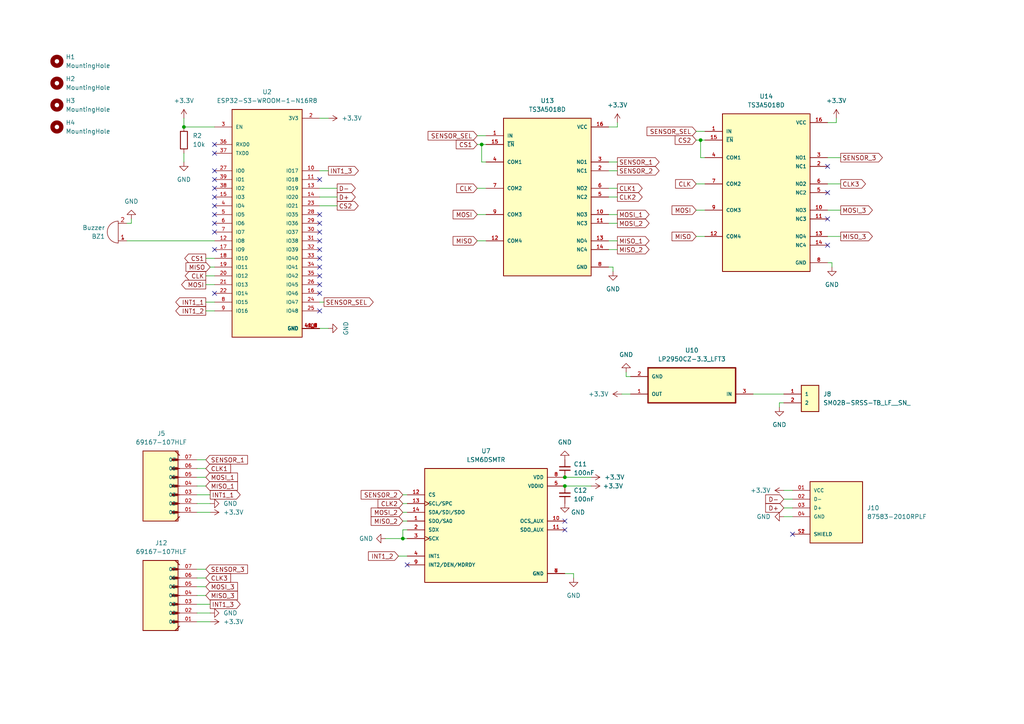
<source format=kicad_sch>
(kicad_sch (version 20230121) (generator eeschema)
  (paper "A4")
  (lib_symbols
    (symbol "69167-107HLF:69167-107HLF" (pin_names (offset 1.016))
      (property "Reference" "J" (at -5.58 10.16 0))
      (property "Value" "69167-107HLF" (at -5.08 -12.7 0))
      (symbol "69167-107HLF_0_0"
        (rectangle (start -4.647 -10.16) (end 5.513 10.16) (stroke (width 0.254)) (fill (type background)))
        (rectangle (start -4.445 -7.9375) (end -2.8575 -7.3025) (stroke (width 0.1)) (fill (type outline)))
        (rectangle (start -4.445 -5.3975) (end -2.8575 -4.7625) (stroke (width 0.1)) (fill (type outline)))
        (rectangle (start -4.445 -2.8575) (end -2.8575 -2.2225) (stroke (width 0.1)) (fill (type outline)))
        (rectangle (start -4.445 -0.3175) (end -2.8575 0.3175) (stroke (width 0.1)) (fill (type outline)))
        (rectangle (start -4.445 2.2225) (end -2.8575 2.8575) (stroke (width 0.1)) (fill (type outline)))
        (rectangle (start -4.445 4.7625) (end -2.8575 5.3975) (stroke (width 0.1)) (fill (type outline)))
        (rectangle (start -4.445 7.3025) (end -2.8575 7.9375) (stroke (width 0.1)) (fill (type outline)))
        (polyline (pts (xy -5.08 -8.89) (xy -3.81 -10.16)) (stroke (width 0.254)))
        (polyline (pts (xy -5.08 -7.62) (xy -3.175 -7.62)) (stroke (width 0.254)))
        (polyline (pts (xy -5.08 -5.08) (xy -3.175 -5.08)) (stroke (width 0.254)))
        (polyline (pts (xy -5.08 -2.54) (xy -3.175 -2.54)) (stroke (width 0.254)))
        (polyline (pts (xy -5.08 0) (xy -3.175 0)) (stroke (width 0.254)))
        (polyline (pts (xy -5.08 2.54) (xy -3.175 2.54)) (stroke (width 0.254)))
        (polyline (pts (xy -5.08 5.08) (xy -3.175 5.08)) (stroke (width 0.254)))
        (polyline (pts (xy -5.08 7.62) (xy -3.175 7.62)) (stroke (width 0.254)))
        (polyline (pts (xy -5.08 8.89) (xy -3.81 10.16)) (stroke (width 0.254)))
        (pin passive line (at -10.16 7.62 0) (length 5.08) (name "01") (number "01"))
        (pin passive line (at -10.16 5.08 0) (length 5.08) (name "02") (number "02"))
        (pin passive line (at -10.16 2.54 0) (length 5.08) (name "03") (number "03"))
        (pin passive line (at -10.16 0 0) (length 5.08) (name "04") (number "04"))
        (pin passive line (at -10.16 -2.54 0) (length 5.08) (name "05") (number "05"))
        (pin passive line (at -10.16 -5.08 0) (length 5.08) (name "06") (number "06"))
        (pin passive line (at -10.16 -7.62 0) (length 5.08) (name "07") (number "07"))
      )
    )
    (symbol "87583-2010RPLF:87583-2010RPLF" (pin_names (offset 1.016))
      (property "Reference" "J" (at -7.62 10.922 0))
      (property "Value" "87583-2010RPLF" (at -7.62 -10.16 0))
      (symbol "87583-2010RPLF_0_0"
        (rectangle (start -7.62 -7.62) (end 7.62 10.16) (stroke (width 0.254)) (fill (type background)))
        (pin power_in line (at -12.7 7.62 0) (length 5.08) (name "VCC") (number "01"))
        (pin bidirectional line (at -12.7 5.08 0) (length 5.08) (name "D-") (number "02"))
        (pin bidirectional line (at -12.7 2.54 0) (length 5.08) (name "D+") (number "03"))
        (pin power_in line (at -12.7 0 0) (length 5.08) (name "GND") (number "04"))
        (pin passive line (at -12.7 -5.08 0) (length 5.08) (name "SHIELD") (number "S1"))
        (pin passive line (at -12.7 -5.08 0) (length 5.08) (name "SHIELD") (number "S2"))
      )
    )
    (symbol "Device:Buzzer" (pin_names (offset 0.0254) hide)
      (property "Reference" "BZ" (at 3.81 1.27 0))
      (property "Value" "Buzzer" (at 3.81 -1.27 0))
      (symbol "Buzzer_0_1"
        (arc (start 0 -3.175) (mid 3.1612 0) (end 0 3.175))
        (polyline (pts (xy -1.651 1.905) (xy -1.143 1.905)))
        (polyline (pts (xy -1.397 2.159) (xy -1.397 1.651)))
        (polyline (pts (xy 0 3.175) (xy 0 -3.175)))
      )
      (symbol "Buzzer_1_1"
        (pin passive line (at -2.54 2.54 0) (length 2.54) (name "+") (number "1"))
        (pin passive line (at -2.54 -2.54 0) (length 2.54) (name "-") (number "2"))
      )
    )
    (symbol "Device:C_Small" (pin_numbers hide) (pin_names (offset 0.254) hide)
      (property "Reference" "C" (at 0.254 1.778 0))
      (property "Value" "C_Small" (at 0.254 -2.032 0))
      (symbol "C_Small_0_1"
        (polyline (pts (xy -1.524 -0.508) (xy 1.524 -0.508)) (stroke (width 0.3302)))
        (polyline (pts (xy -1.524 0.508) (xy 1.524 0.508)) (stroke (width 0.3048)))
      )
      (symbol "C_Small_1_1"
        (pin passive line (at 0 2.54 270) (length 2.032) (name "~") (number "1"))
        (pin passive line (at 0 -2.54 90) (length 2.032) (name "~") (number "2"))
      )
    )
    (symbol "Device:R" (pin_numbers hide) (pin_names (offset 0))
      (property "Reference" "R" (at 2.032 0 90))
      (property "Value" "R" (at 0 0 90))
      (symbol "R_0_1"
        (rectangle (start -1.016 -2.54) (end 1.016 2.54) (stroke (width 0.254)))
      )
      (symbol "R_1_1"
        (pin passive line (at 0 3.81 270) (length 1.27) (name "~") (number "1"))
        (pin passive line (at 0 -3.81 90) (length 1.27) (name "~") (number "2"))
      )
    )
    (symbol "ESP32-S3-WROOM-1-N16R8:ESP32-S3-WROOM-1-N16R8" (pin_names (offset 1.016))
      (property "Reference" "U" (at -10.16 31.5722 0))
      (property "Value" "ESP32-S3-WROOM-1-N16R8" (at -10.16 -38.1 0))
      (symbol "ESP32-S3-WROOM-1-N16R8_0_0"
        (rectangle (start -10.16 -35.56) (end 10.16 30.48) (stroke (width 0.254)) (fill (type background)))
        (pin power_in line (at 15.24 -33.02 180) (length 5.08) (name "GND") (number "1"))
        (pin bidirectional line (at 15.24 12.7 180) (length 5.08) (name "IO17") (number "10"))
        (pin bidirectional line (at 15.24 10.16 180) (length 5.08) (name "IO18") (number "11"))
        (pin bidirectional line (at -15.24 -7.62 0) (length 5.08) (name "IO8") (number "12"))
        (pin bidirectional line (at 15.24 7.62 180) (length 5.08) (name "IO19") (number "13"))
        (pin bidirectional line (at 15.24 5.08 180) (length 5.08) (name "IO20") (number "14"))
        (pin bidirectional line (at -15.24 5.08 0) (length 5.08) (name "IO3") (number "15"))
        (pin bidirectional line (at 15.24 -22.86 180) (length 5.08) (name "IO46") (number "16"))
        (pin bidirectional line (at -15.24 -10.16 0) (length 5.08) (name "IO9") (number "17"))
        (pin bidirectional line (at -15.24 -12.7 0) (length 5.08) (name "IO10") (number "18"))
        (pin bidirectional line (at -15.24 -15.24 0) (length 5.08) (name "IO11") (number "19"))
        (pin power_in line (at 15.24 27.94 180) (length 5.08) (name "3V3") (number "2"))
        (pin bidirectional line (at -15.24 -17.78 0) (length 5.08) (name "IO12") (number "20"))
        (pin bidirectional line (at -15.24 -20.32 0) (length 5.08) (name "IO13") (number "21"))
        (pin bidirectional line (at -15.24 -22.86 0) (length 5.08) (name "IO14") (number "22"))
        (pin bidirectional line (at 15.24 2.54 180) (length 5.08) (name "IO21") (number "23"))
        (pin bidirectional line (at 15.24 -25.4 180) (length 5.08) (name "IO47") (number "24"))
        (pin bidirectional line (at 15.24 -27.94 180) (length 5.08) (name "IO48") (number "25"))
        (pin bidirectional line (at 15.24 -20.32 180) (length 5.08) (name "IO45") (number "26"))
        (pin bidirectional line (at -15.24 12.7 0) (length 5.08) (name "IO0") (number "27"))
        (pin bidirectional line (at 15.24 0 180) (length 5.08) (name "IO35") (number "28"))
        (pin bidirectional line (at 15.24 -2.54 180) (length 5.08) (name "IO36") (number "29"))
        (pin input line (at -15.24 25.4 0) (length 5.08) (name "EN") (number "3"))
        (pin bidirectional line (at 15.24 -5.08 180) (length 5.08) (name "IO37") (number "30"))
        (pin bidirectional line (at 15.24 -7.62 180) (length 5.08) (name "IO38") (number "31"))
        (pin bidirectional line (at 15.24 -10.16 180) (length 5.08) (name "IO39") (number "32"))
        (pin bidirectional line (at 15.24 -12.7 180) (length 5.08) (name "IO40") (number "33"))
        (pin bidirectional line (at 15.24 -15.24 180) (length 5.08) (name "IO41") (number "34"))
        (pin bidirectional line (at 15.24 -17.78 180) (length 5.08) (name "IO42") (number "35"))
        (pin bidirectional line (at -15.24 20.32 0) (length 5.08) (name "RXD0") (number "36"))
        (pin bidirectional line (at -15.24 17.78 0) (length 5.08) (name "TXD0") (number "37"))
        (pin bidirectional line (at -15.24 7.62 0) (length 5.08) (name "IO2") (number "38"))
        (pin bidirectional line (at -15.24 10.16 0) (length 5.08) (name "IO1") (number "39"))
        (pin bidirectional line (at -15.24 2.54 0) (length 5.08) (name "IO4") (number "4"))
        (pin power_in line (at 15.24 -33.02 180) (length 5.08) (name "GND") (number "40"))
        (pin power_in line (at 15.24 -33.02 180) (length 5.08) (name "GND") (number "41_1"))
        (pin power_in line (at 15.24 -33.02 180) (length 5.08) (name "GND") (number "41_2"))
        (pin power_in line (at 15.24 -33.02 180) (length 5.08) (name "GND") (number "41_3"))
        (pin power_in line (at 15.24 -33.02 180) (length 5.08) (name "GND") (number "41_4"))
        (pin power_in line (at 15.24 -33.02 180) (length 5.08) (name "GND") (number "41_5"))
        (pin power_in line (at 15.24 -33.02 180) (length 5.08) (name "GND") (number "41_6"))
        (pin power_in line (at 15.24 -33.02 180) (length 5.08) (name "GND") (number "41_7"))
        (pin power_in line (at 15.24 -33.02 180) (length 5.08) (name "GND") (number "41_8"))
        (pin power_in line (at 15.24 -33.02 180) (length 5.08) (name "GND") (number "41_9"))
        (pin bidirectional line (at -15.24 0 0) (length 5.08) (name "IO5") (number "5"))
        (pin bidirectional line (at -15.24 -2.54 0) (length 5.08) (name "IO6") (number "6"))
        (pin bidirectional line (at -15.24 -5.08 0) (length 5.08) (name "IO7") (number "7"))
        (pin bidirectional line (at -15.24 -25.4 0) (length 5.08) (name "IO15") (number "8"))
        (pin bidirectional line (at -15.24 -27.94 0) (length 5.08) (name "IO16") (number "9"))
      )
    )
    (symbol "LP2950CZ-3.3_LFT3:LP2950CZ-3.3_LFT3" (pin_names (offset 1.016))
      (property "Reference" "U" (at -12.7 6.08 0))
      (property "Value" "LP2950CZ-3.3_LFT3" (at -12.7 -9.08 0))
      (symbol "LP2950CZ-3.3_LFT3_0_0"
        (rectangle (start -12.7 -5.08) (end 12.7 5.08) (stroke (width 0.41)) (fill (type background)))
        (pin output line (at 17.78 2.54 180) (length 5.08) (name "OUT") (number "1"))
        (pin power_in line (at 17.78 -2.54 180) (length 5.08) (name "GND") (number "2"))
        (pin input line (at -17.78 2.54 0) (length 5.08) (name "IN") (number "3"))
      )
    )
    (symbol "LSM6DSMTR:LSM6DSMTR" (pin_names (offset 1.016))
      (property "Reference" "U" (at -17.78 16.51 0))
      (property "Value" "LSM6DSMTR" (at -17.78 -21.59 0))
      (symbol "LSM6DSMTR_0_0"
        (rectangle (start -17.78 -17.78) (end 17.78 15.24) (stroke (width 0.254)) (fill (type background)))
        (pin bidirectional line (at -22.86 0 0) (length 5.08) (name "SDO/SA0") (number "1"))
        (pin input line (at 22.86 0 180) (length 5.08) (name "OCS_AUX") (number "10"))
        (pin bidirectional line (at 22.86 -2.54 180) (length 5.08) (name "SDO_AUX") (number "11"))
        (pin input line (at -22.86 7.62 0) (length 5.08) (name "CS") (number "12"))
        (pin input clock (at -22.86 5.08 0) (length 5.08) (name "SCL/SPC") (number "13"))
        (pin bidirectional line (at -22.86 2.54 0) (length 5.08) (name "SDA/SDI/SDO") (number "14"))
        (pin bidirectional line (at -22.86 -2.54 0) (length 5.08) (name "SDX") (number "2"))
        (pin bidirectional clock (at -22.86 -5.08 0) (length 5.08) (name "SCX") (number "3"))
        (pin input line (at -22.86 -10.16 0) (length 5.08) (name "INT1") (number "4"))
        (pin power_in line (at 22.86 10.16 180) (length 5.08) (name "VDDIO") (number "5"))
        (pin power_in line (at 22.86 -15.24 180) (length 5.08) (name "GND") (number "6"))
        (pin power_in line (at 22.86 -15.24 180) (length 5.08) (name "GND") (number "7"))
        (pin power_in line (at 22.86 12.7 180) (length 5.08) (name "VDD") (number "8"))
        (pin input line (at -22.86 -12.7 0) (length 5.08) (name "INT2/DEN/MDRDY") (number "9"))
      )
    )
    (symbol "Mechanical:MountingHole" (pin_names (offset 1.016))
      (property "Reference" "H" (at 0 5.08 0))
      (property "Value" "MountingHole" (at 0 3.175 0))
      (symbol "MountingHole_0_1"
        (circle (center 0 0) (radius 1.27) (stroke (width 1.27)))
      )
    )
    (symbol "SM02B-SRSS-TB_LF__SN_:SM02B-SRSS-TB_LF__SN_" (pin_names (offset 1.016))
      (property "Reference" "J" (at 11.4936 5.1092 0))
      (property "Value" "SM02B-SRSS-TB_LF__SN_" (at 11.4908 2.5582 0))
      (symbol "SM02B-SRSS-TB_LF__SN__0_0"
        (rectangle (start 5.08 0) (end 10.16 7.62) (stroke (width 0.254)) (fill (type background)))
        (pin bidirectional line (at 0 5.08 0) (length 5.08) (name "1") (number "1"))
        (pin bidirectional line (at 0 2.54 0) (length 5.08) (name "2") (number "2"))
      )
    )
    (symbol "TS3A5018D:TS3A5018D" (pin_names (offset 1.016))
      (property "Reference" "U" (at -12.7 23.86 0))
      (property "Value" "TS3A5018D" (at -12.7 -25.336 0))
      (symbol "TS3A5018D_0_0"
        (rectangle (start -12.7 -22.86) (end 12.7 22.86) (stroke (width 0.254)) (fill (type background)))
        (pin input line (at -17.78 17.78 0) (length 5.08) (name "IN") (number "1"))
        (pin passive line (at 17.78 -5.08 180) (length 5.08) (name "NO3") (number "10"))
        (pin passive line (at 17.78 -7.62 180) (length 5.08) (name "NC3") (number "11"))
        (pin passive line (at -17.78 -12.7 0) (length 5.08) (name "COM4") (number "12"))
        (pin passive line (at 17.78 -12.7 180) (length 5.08) (name "NO4") (number "13"))
        (pin passive line (at 17.78 -15.24 180) (length 5.08) (name "NC4") (number "14"))
        (pin input line (at -17.78 15.24 0) (length 5.08) (name "~{EN}") (number "15"))
        (pin power_in line (at 17.78 20.32 180) (length 5.08) (name "VCC") (number "16"))
        (pin passive line (at 17.78 7.62 180) (length 5.08) (name "NC1") (number "2"))
        (pin passive line (at 17.78 10.16 180) (length 5.08) (name "NO1") (number "3"))
        (pin passive line (at -17.78 10.16 0) (length 5.08) (name "COM1") (number "4"))
        (pin passive line (at 17.78 0 180) (length 5.08) (name "NC2") (number "5"))
        (pin passive line (at 17.78 2.54 180) (length 5.08) (name "NO2") (number "6"))
        (pin passive line (at -17.78 2.54 0) (length 5.08) (name "COM2") (number "7"))
        (pin power_in line (at 17.78 -20.32 180) (length 5.08) (name "GND") (number "8"))
        (pin passive line (at -17.78 -5.08 0) (length 5.08) (name "COM3") (number "9"))
      )
    )
    (symbol "power:+3.3V" (power) (pin_names (offset 0))
      (property "Value" "+3.3V" (at 0 3.556 0))
      (symbol "+3.3V_0_1"
        (polyline (pts (xy -0.762 1.27) (xy 0 2.54)))
        (polyline (pts (xy 0 0) (xy 0 2.54)))
        (polyline (pts (xy 0 2.54) (xy 0.762 1.27)))
      )
      (symbol "+3.3V_1_1"
        (pin power_in line (at 0 0 90) (length 0) hide (name "+3.3V") (number "1"))
      )
    )
    (symbol "power:GND" (power) (pin_names (offset 0))
      (property "Value" "GND" (at 0 -3.81 0))
      (symbol "GND_0_1"
        (polyline (pts (xy 0 0) (xy 0 -1.27) (xy 1.27 -1.27) (xy 0 -2.54) (xy -1.27 -1.27) (xy 0 -1.27)))
      )
      (symbol "GND_1_1"
        (pin power_in line (at 0 0 270) (length 0) hide (name "GND") (number "1"))
      )
    )
  )
  (junction (at 139.7 41.91))
  (junction (at 203.2 40.64))
  (junction (at 53.34 36.83))
  (junction (at 163.83 140.97))
  (junction (at 163.83 138.43))
  (junction (at 116.84 156.21))
  (no_connect (at 163.83 151.13))
  (no_connect (at 62.23 57.15))
  (no_connect (at 62.23 44.45))
  (no_connect (at 92.71 64.77))
  (no_connect (at 62.23 49.53))
  (no_connect (at 92.71 85.09))
  (no_connect (at 62.23 59.69))
  (no_connect (at 92.71 80.01))
  (no_connect (at 92.71 52.07))
  (no_connect (at 62.23 64.77))
  (no_connect (at 92.71 90.17))
  (no_connect (at 62.23 41.91))
  (no_connect (at 62.23 85.09))
  (no_connect (at 62.23 54.61))
  (no_connect (at 240.03 71.12))
  (no_connect (at 62.23 67.31))
  (no_connect (at 92.71 62.23))
  (no_connect (at 92.71 67.31))
  (no_connect (at 240.03 48.26))
  (no_connect (at 92.71 74.93))
  (no_connect (at 240.03 63.5))
  (no_connect (at 92.71 82.55))
  (no_connect (at 62.23 62.23))
  (no_connect (at 240.03 55.88))
  (no_connect (at 62.23 72.39))
  (no_connect (at 118.11 163.83))
  (no_connect (at 92.71 72.39))
  (no_connect (at 163.83 153.67))
  (no_connect (at 92.71 77.47))
  (no_connect (at 62.23 52.07))
  (no_connect (at 229.87 154.94))
  (no_connect (at 92.71 69.85))
  (wire (pts (xy 57.15 133.35) (xy 59.69 133.35)))
  (wire (pts (xy 116.84 151.13) (xy 118.11 151.13)))
  (wire (pts (xy 226.06 116.84) (xy 227.33 116.84)))
  (wire (pts (xy 240.03 53.34) (xy 243.84 53.34)))
  (wire (pts (xy 203.2 40.64) (xy 204.47 40.64)))
  (wire (pts (xy 38.1 63.5) (xy 38.1 64.77)))
  (wire (pts (xy 176.53 77.47) (xy 177.8 77.47)))
  (wire (pts (xy 92.71 59.69) (xy 97.79 59.69)))
  (wire (pts (xy 218.44 114.3) (xy 227.33 114.3)))
  (wire (pts (xy 53.34 36.83) (xy 62.23 36.83)))
  (wire (pts (xy 57.15 180.34) (xy 60.96 180.34)))
  (wire (pts (xy 240.03 45.72) (xy 243.84 45.72)))
  (wire (pts (xy 92.71 54.61) (xy 97.79 54.61)))
  (wire (pts (xy 176.53 49.53) (xy 179.07 49.53)))
  (wire (pts (xy 240.03 76.2) (xy 241.3 76.2)))
  (wire (pts (xy 163.83 166.37) (xy 166.37 166.37)))
  (wire (pts (xy 36.83 69.85) (xy 62.23 69.85)))
  (wire (pts (xy 60.96 77.47) (xy 62.23 77.47)))
  (wire (pts (xy 57.15 135.89) (xy 59.69 135.89)))
  (wire (pts (xy 53.34 34.29) (xy 53.34 36.83)))
  (wire (pts (xy 176.53 36.83) (xy 179.07 36.83)))
  (wire (pts (xy 116.84 146.05) (xy 118.11 146.05)))
  (wire (pts (xy 57.15 165.1) (xy 59.69 165.1)))
  (wire (pts (xy 176.53 46.99) (xy 179.07 46.99)))
  (wire (pts (xy 201.93 40.64) (xy 203.2 40.64)))
  (wire (pts (xy 59.69 74.93) (xy 62.23 74.93)))
  (wire (pts (xy 240.03 60.96) (xy 243.84 60.96)))
  (wire (pts (xy 57.15 170.18) (xy 59.69 170.18)))
  (wire (pts (xy 92.71 34.29) (xy 95.25 34.29)))
  (wire (pts (xy 111.76 156.21) (xy 116.84 156.21)))
  (wire (pts (xy 57.15 148.59) (xy 60.96 148.59)))
  (wire (pts (xy 59.69 90.17) (xy 62.23 90.17)))
  (wire (pts (xy 57.15 175.26) (xy 60.96 175.26)))
  (wire (pts (xy 57.15 177.8) (xy 60.96 177.8)))
  (wire (pts (xy 138.43 39.37) (xy 140.97 39.37)))
  (wire (pts (xy 179.07 36.83) (xy 179.07 35.56)))
  (wire (pts (xy 203.2 40.64) (xy 203.2 45.72)))
  (wire (pts (xy 177.8 77.47) (xy 177.8 78.74)))
  (wire (pts (xy 176.53 69.85) (xy 179.07 69.85)))
  (wire (pts (xy 176.53 64.77) (xy 179.07 64.77)))
  (wire (pts (xy 240.03 68.58) (xy 243.84 68.58)))
  (wire (pts (xy 180.34 114.3) (xy 182.88 114.3)))
  (wire (pts (xy 242.57 35.56) (xy 242.57 34.29)))
  (wire (pts (xy 176.53 54.61) (xy 179.07 54.61)))
  (wire (pts (xy 53.34 44.45) (xy 53.34 46.99)))
  (wire (pts (xy 138.43 54.61) (xy 140.97 54.61)))
  (wire (pts (xy 139.7 41.91) (xy 140.97 41.91)))
  (wire (pts (xy 92.71 57.15) (xy 97.79 57.15)))
  (wire (pts (xy 163.83 140.97) (xy 171.45 140.97)))
  (wire (pts (xy 57.15 138.43) (xy 59.69 138.43)))
  (wire (pts (xy 227.33 144.78) (xy 229.87 144.78)))
  (wire (pts (xy 138.43 41.91) (xy 139.7 41.91)))
  (wire (pts (xy 57.15 146.05) (xy 60.96 146.05)))
  (wire (pts (xy 176.53 57.15) (xy 179.07 57.15)))
  (wire (pts (xy 226.06 118.11) (xy 226.06 116.84)))
  (wire (pts (xy 241.3 76.2) (xy 241.3 77.47)))
  (wire (pts (xy 116.84 148.59) (xy 118.11 148.59)))
  (wire (pts (xy 201.93 38.1) (xy 204.47 38.1)))
  (wire (pts (xy 201.93 60.96) (xy 204.47 60.96)))
  (wire (pts (xy 116.84 143.51) (xy 118.11 143.51)))
  (wire (pts (xy 227.33 147.32) (xy 229.87 147.32)))
  (wire (pts (xy 201.93 68.58) (xy 204.47 68.58)))
  (wire (pts (xy 203.2 45.72) (xy 204.47 45.72)))
  (wire (pts (xy 139.7 41.91) (xy 139.7 46.99)))
  (wire (pts (xy 181.61 109.22) (xy 181.61 107.95)))
  (wire (pts (xy 139.7 46.99) (xy 140.97 46.99)))
  (wire (pts (xy 116.84 153.67) (xy 116.84 156.21)))
  (wire (pts (xy 38.1 64.77) (xy 36.83 64.77)))
  (wire (pts (xy 115.57 161.29) (xy 118.11 161.29)))
  (wire (pts (xy 227.33 142.24) (xy 229.87 142.24)))
  (wire (pts (xy 57.15 140.97) (xy 59.69 140.97)))
  (wire (pts (xy 59.69 82.55) (xy 62.23 82.55)))
  (wire (pts (xy 116.84 156.21) (xy 118.11 156.21)))
  (wire (pts (xy 240.03 35.56) (xy 242.57 35.56)))
  (wire (pts (xy 118.11 153.67) (xy 116.84 153.67)))
  (wire (pts (xy 176.53 62.23) (xy 179.07 62.23)))
  (wire (pts (xy 59.69 80.01) (xy 62.23 80.01)))
  (wire (pts (xy 176.53 72.39) (xy 179.07 72.39)))
  (wire (pts (xy 138.43 69.85) (xy 140.97 69.85)))
  (wire (pts (xy 138.43 62.23) (xy 140.97 62.23)))
  (wire (pts (xy 57.15 167.64) (xy 59.69 167.64)))
  (wire (pts (xy 57.15 172.72) (xy 59.69 172.72)))
  (wire (pts (xy 166.37 166.37) (xy 166.37 167.64)))
  (wire (pts (xy 163.83 138.43) (xy 171.45 138.43)))
  (wire (pts (xy 227.33 149.86) (xy 229.87 149.86)))
  (wire (pts (xy 93.98 87.63) (xy 92.71 87.63)))
  (wire (pts (xy 59.69 87.63) (xy 62.23 87.63)))
  (wire (pts (xy 92.71 95.25) (xy 95.25 95.25)))
  (wire (pts (xy 182.88 109.22) (xy 181.61 109.22)))
  (wire (pts (xy 92.71 49.53) (xy 95.25 49.53)))
  (wire (pts (xy 57.15 143.51) (xy 60.96 143.51)))
  (wire (pts (xy 201.93 53.34) (xy 204.47 53.34)))
  (global_label "CLK2" (shape output) (at 179.07 57.15 0) (property "Intersheetrefs" "${INTERSHEET_REFS}" (effects hide)))
  (global_label "MISO" (shape input) (at 138.43 69.85 180) (property "Intersheetrefs" "${INTERSHEET_REFS}" (effects hide)))
  (global_label "CS2" (shape input) (at 201.93 40.64 180) (property "Intersheetrefs" "${INTERSHEET_REFS}" (effects hide)))
  (global_label "MOSI" (shape input) (at 138.43 62.23 180) (property "Intersheetrefs" "${INTERSHEET_REFS}" (effects hide)))
  (global_label "SENSOR_1" (shape output) (at 179.07 46.99 0) (property "Intersheetrefs" "${INTERSHEET_REFS}" (effects hide)))
  (global_label "INT1_3" (shape output) (at 95.25 49.53 0) (property "Intersheetrefs" "${INTERSHEET_REFS}" (effects hide)))
  (global_label "MOSI_3" (shape input) (at 59.69 170.18 0) (property "Intersheetrefs" "${INTERSHEET_REFS}" (effects hide)))
  (global_label "MOSI_3" (shape output) (at 243.84 60.96 0) (property "Intersheetrefs" "${INTERSHEET_REFS}" (effects hide)))
  (global_label "D+" (shape output) (at 97.79 57.15 0) (property "Intersheetrefs" "${INTERSHEET_REFS}" (effects hide)))
  (global_label "SENSOR_SEL" (shape output) (at 93.98 87.63 0) (property "Intersheetrefs" "${INTERSHEET_REFS}" (effects hide)))
  (global_label "MOSI_1" (shape output) (at 179.07 62.23 0) (property "Intersheetrefs" "${INTERSHEET_REFS}" (effects hide)))
  (global_label "MOSI_1" (shape input) (at 59.69 138.43 0) (property "Intersheetrefs" "${INTERSHEET_REFS}" (effects hide)))
  (global_label "SENSOR_SEL" (shape input) (at 201.93 38.1 180) (property "Intersheetrefs" "${INTERSHEET_REFS}" (effects hide)))
  (global_label "MOSI" (shape input) (at 201.93 60.96 180) (property "Intersheetrefs" "${INTERSHEET_REFS}" (effects hide)))
  (global_label "SENSOR_2" (shape output) (at 179.07 49.53 0) (property "Intersheetrefs" "${INTERSHEET_REFS}" (effects hide)))
  (global_label "D-" (shape output) (at 97.79 54.61 0) (property "Intersheetrefs" "${INTERSHEET_REFS}" (effects hide)))
  (global_label "D-" (shape input) (at 227.33 144.78 180) (property "Intersheetrefs" "${INTERSHEET_REFS}" (effects hide)))
  (global_label "SENSOR_1" (shape input) (at 59.69 133.35 0) (property "Intersheetrefs" "${INTERSHEET_REFS}" (effects hide)))
  (global_label "MISO" (shape input) (at 60.96 77.47 180) (property "Intersheetrefs" "${INTERSHEET_REFS}" (effects hide)))
  (global_label "MISO_1" (shape input) (at 59.69 140.97 0) (property "Intersheetrefs" "${INTERSHEET_REFS}" (effects hide)))
  (global_label "CS2" (shape output) (at 97.79 59.69 0) (property "Intersheetrefs" "${INTERSHEET_REFS}" (effects hide)))
  (global_label "CLK1" (shape output) (at 179.07 54.61 0) (property "Intersheetrefs" "${INTERSHEET_REFS}" (effects hide)))
  (global_label "CLK3" (shape input) (at 59.69 167.64 0) (property "Intersheetrefs" "${INTERSHEET_REFS}" (effects hide)))
  (global_label "SENSOR_3" (shape output) (at 243.84 45.72 0) (property "Intersheetrefs" "${INTERSHEET_REFS}" (effects hide)))
  (global_label "SENSOR_3" (shape input) (at 59.69 165.1 0) (property "Intersheetrefs" "${INTERSHEET_REFS}" (effects hide)))
  (global_label "D+" (shape input) (at 227.33 147.32 180) (property "Intersheetrefs" "${INTERSHEET_REFS}" (effects hide)))
  (global_label "MISO_3" (shape output) (at 243.84 68.58 0) (property "Intersheetrefs" "${INTERSHEET_REFS}" (effects hide)))
  (global_label "MOSI" (shape output) (at 59.69 82.55 180) (property "Intersheetrefs" "${INTERSHEET_REFS}" (effects hide)))
  (global_label "MISO" (shape input) (at 201.93 68.58 180) (property "Intersheetrefs" "${INTERSHEET_REFS}" (effects hide)))
  (global_label "CLK3" (shape output) (at 243.84 53.34 0) (property "Intersheetrefs" "${INTERSHEET_REFS}" (effects hide)))
  (global_label "INT1_2" (shape output) (at 59.69 90.17 180) (property "Intersheetrefs" "${INTERSHEET_REFS}" (effects hide)))
  (global_label "SENSOR_SEL" (shape input) (at 138.43 39.37 180) (property "Intersheetrefs" "${INTERSHEET_REFS}" (effects hide)))
  (global_label "MISO_3" (shape input) (at 59.69 172.72 0) (property "Intersheetrefs" "${INTERSHEET_REFS}" (effects hide)))
  (global_label "CLK" (shape input) (at 138.43 54.61 180) (property "Intersheetrefs" "${INTERSHEET_REFS}" (effects hide)))
  (global_label "INT1_2" (shape input) (at 115.57 161.29 180) (property "Intersheetrefs" "${INTERSHEET_REFS}" (effects hide)))
  (global_label "INT1_1" (shape output) (at 59.69 87.63 180) (property "Intersheetrefs" "${INTERSHEET_REFS}" (effects hide)))
  (global_label "CS1" (shape output) (at 59.69 74.93 180) (property "Intersheetrefs" "${INTERSHEET_REFS}" (effects hide)))
  (global_label "CLK" (shape input) (at 201.93 53.34 180) (property "Intersheetrefs" "${INTERSHEET_REFS}" (effects hide)))
  (global_label "CLK" (shape output) (at 59.69 80.01 180) (property "Intersheetrefs" "${INTERSHEET_REFS}" (effects hide)))
  (global_label "MISO_1" (shape output) (at 179.07 69.85 0) (property "Intersheetrefs" "${INTERSHEET_REFS}" (effects hide)))
  (global_label "INT1_3" (shape output) (at 60.96 175.26 0) (property "Intersheetrefs" "${INTERSHEET_REFS}" (effects hide)))
  (global_label "CLK1" (shape input) (at 59.69 135.89 0) (property "Intersheetrefs" "${INTERSHEET_REFS}" (effects hide)))
  (global_label "SENSOR_2" (shape input) (at 116.84 143.51 180) (property "Intersheetrefs" "${INTERSHEET_REFS}" (effects hide)))
  (global_label "MOSI_2" (shape output) (at 179.07 64.77 0) (property "Intersheetrefs" "${INTERSHEET_REFS}" (effects hide)))
  (global_label "CLK2" (shape input) (at 116.84 146.05 180) (property "Intersheetrefs" "${INTERSHEET_REFS}" (effects hide)))
  (global_label "CS1" (shape input) (at 138.43 41.91 180) (property "Intersheetrefs" "${INTERSHEET_REFS}" (effects hide)))
  (global_label "INT1_1" (shape output) (at 60.96 143.51 0) (property "Intersheetrefs" "${INTERSHEET_REFS}" (effects hide)))
  (global_label "MISO_2" (shape input) (at 116.84 151.13 180) (property "Intersheetrefs" "${INTERSHEET_REFS}" (effects hide)))
  (global_label "MOSI_2" (shape input) (at 116.84 148.59 180) (property "Intersheetrefs" "${INTERSHEET_REFS}" (effects hide)))
  (global_label "MISO_2" (shape output) (at 179.07 72.39 0) (property "Intersheetrefs" "${INTERSHEET_REFS}" (effects hide)))
  (symbol (lib_id "power:GND") (at 181.61 107.95 180) (unit 1)
    (property "Reference" "#PWR015" (effects hide))
    (property "Value" "GND" (at 181.61 102.87 0))
  )
  (symbol (lib_id "power:+3.3V") (at 227.33 142.24 90) (unit 1)
    (property "Reference" "#PWR019" (effects hide))
    (property "Value" "+3.3V" (at 223.52 142.24 90) (effects (justify left)))
  )
  (symbol (lib_id "Device:C_Small") (at 163.83 135.89 180) (unit 1)
    (property "Reference" "C11" (at 166.37 134.6136 0) (effects (justify right)))
    (property "Value" "100nF" (at 166.37 137.1536 0) (effects (justify right)))
  )
  (symbol (lib_id "power:GND") (at 166.37 167.64 0) (unit 1)
    (property "Reference" "#PWR011" (effects hide))
    (property "Value" "GND" (at 166.37 172.72 0))
  )
  (symbol (lib_id "87583-2010RPLF:87583-2010RPLF") (at 242.57 149.86 0) (unit 1)
    (property "Reference" "J10" (at 251.46 147.32 0) (effects (justify left)))
    (property "Value" "87583-2010RPLF" (at 251.46 149.86 0) (effects (justify left)))
    (property "Footprint" "87583-2010RPLF:AMPHENOL_87583-2010RPLF" (effects hide))
    (property "MF" "Amphenol ICC" (effects hide))
    (property "MAXIMUM_PACKAGE_HEIGHT" "7.74mm" (effects hide))
    (property "Package" "None" (effects hide))
    (property "Price" "None" (effects hide))
    (property "Check_prices" "https://www.snapeda.com/parts/87583-2010RPLF/Amphenol+FCI/view-part/?ref=eda" (effects hide))
    (property "STANDARD" "Manufacturer Recommendations" (effects hide))
    (property "PARTREV" "AD" (effects hide))
    (property "SnapEDA_Link" "https://www.snapeda.com/parts/87583-2010RPLF/Amphenol+FCI/view-part/?ref=snap" (effects hide))
    (property "MP" "87583-2010RPLF" (effects hide))
    (property "Purchase-URL" "https://www.snapeda.com/api/url_track_click_mouser/?unipart_id=3822774&manufacturer=Amphenol ICC&part_name=87583-2010RPLF&search_term=87583-2010rplf" (effects hide))
    (property "Description" "\nUSB 2.0, Input Output Connectors, Receptacle, Type A, Standard, Right Angle, Surface Mount, Single Deck, 4 Positions\n" (effects hide))
    (property "Availability" "In Stock" (effects hide))
    (property "MANUFACTURER" "Amphenol" (effects hide))
  )
  (symbol (lib_id "power:+3.3V") (at 95.25 34.29 270) (unit 1)
    (property "Reference" "#PWR024" (effects hide))
    (property "Value" "+3.3V" (at 99.06 34.29 90) (effects (justify left)))
  )
  (symbol (lib_id "TS3A5018D:TS3A5018D") (at 158.75 57.15 0) (unit 1)
    (property "Reference" "U13" (at 158.75 29.21 0))
    (property "Value" "TS3A5018D" (at 158.75 31.75 0))
    (property "Footprint" "TS3A5018D:SOIC127P600X175-16N" (effects hide))
    (property "MF" "Texas Instruments" (effects hide))
    (property "MAXIMUM_PACKAGE_HEIGHT" "1.75 mm" (effects hide))
    (property "Package" "SOIC-16 Texas Instruments" (effects hide))
    (property "Price" "None" (effects hide))
    (property "Check_prices" "https://www.snapeda.com/parts/TS3A5018D/Texas+Instruments/view-part/?ref=eda" (effects hide))
    (property "STANDARD" "IPC-7351B" (effects hide))
    (property "PARTREV" "H" (effects hide))
    (property "SnapEDA_Link" "https://www.snapeda.com/parts/TS3A5018D/Texas+Instruments/view-part/?ref=snap" (effects hide))
    (property "MP" "TS3A5018D" (effects hide))
    (property "Purchase-URL" "https://www.snapeda.com/api/url_track_click_mouser/?unipart_id=349302&manufacturer=Texas Instruments&part_name=TS3A5018D&search_term=ts3a5018" (effects hide))
    (property "Description" "\n3.3-V, 2:1 (SPDT), 4-channel general-purpose analog switch\n" (effects hide))
    (property "Availability" "In Stock" (effects hide))
    (property "MANUFACTURER" "Texas Instruments" (effects hide))
  )
  (symbol (lib_id "Device:Buzzer") (at 34.29 67.31 180) (unit 1)
    (property "Reference" "BZ1" (at 30.48 68.58 0) (effects (justify left)))
    (property "Value" "Buzzer" (at 30.48 66.04 0) (effects (justify left)))
    (property "Footprint" "ECE 445 Footprints:AC-903-D-1P" (effects hide))
  )
  (symbol (lib_id "Mechanical:MountingHole") (at 16.51 24.13 0) (unit 1)
    (property "Reference" "H2" (at 19.05 22.86 0) (effects (justify left)))
    (property "Value" "MountingHole" (at 19.05 25.4 0) (effects (justify left)))
    (property "Footprint" "MountingHole:MountingHole_2mm" (effects hide))
  )
  (symbol (lib_id "power:+3.3V") (at 242.57 34.29 0) (unit 1)
    (property "Reference" "#PWR022" (effects hide))
    (property "Value" "+3.3V" (at 242.57 29.21 0))
  )
  (symbol (lib_id "power:+3.3V") (at 60.96 180.34 270) (unit 1)
    (property "Reference" "#PWR04" (effects hide))
    (property "Value" "+3.3V" (at 64.77 180.34 90) (effects (justify left)))
  )
  (symbol (lib_id "power:GND") (at 226.06 118.11 0) (unit 1)
    (property "Reference" "#PWR018" (effects hide))
    (property "Value" "GND" (at 226.06 123.19 0))
  )
  (symbol (lib_id "ESP32-S3-WROOM-1-N16R8:ESP32-S3-WROOM-1-N16R8") (at 77.47 62.23 0) (unit 1)
    (property "Reference" "U2" (at 77.47 26.67 0))
    (property "Value" "ESP32-S3-WROOM-1-N16R8" (at 77.47 29.21 0))
    (property "Footprint" "ESP32-S3-WROOM-1-N16R8:XCVR_ESP32-S3-WROOM-1-N16R8" (effects hide))
    (property "MF" "Espressif Systems" (effects hide))
    (property "DESCRIPTION" "Bluetooth, WiFi 802.11b/g/n, Bluetooth v5.0 Transceiver Module 2.4GHz PCB Trace Surface Mount" (effects hide))
    (property "PACKAGE" "None" (effects hide))
    (property "PRICE" "None" (effects hide))
    (property "Package" "NON STANDARD Espressif Systems" (effects hide))
    (property "Check_prices" "https://www.snapeda.com/parts/ESP32-S3-WROOM-1-N16R8/Espressif+Systems/view-part/?ref=eda" (effects hide))
    (property "Price" "None" (effects hide))
    (property "SnapEDA_Link" "https://www.snapeda.com/parts/ESP32-S3-WROOM-1-N16R8/Espressif+Systems/view-part/?ref=snap" (effects hide))
    (property "MP" "ESP32-S3-WROOM-1-N16R8" (effects hide))
    (property "Description" "\nBluetooth, WiFi 802.11b/g/n, Bluetooth v5.0 Transceiver Module 2.4GHz PCB Trace Surface Mount\n" (effects hide))
    (property "Availability" "In Stock" (effects hide))
    (property "AVAILABILITY" "In Stock" (effects hide))
    (property "PURCHASE-URL" "https://pricing.snapeda.com/search/part/ESP32-S3-WROOM-1-N8R8/?ref=eda" (effects hide))
  )
  (symbol (lib_id "power:GND") (at 60.96 146.05 90) (unit 1)
    (property "Reference" "#PWR01" (effects hide))
    (property "Value" "GND" (at 64.77 146.05 90) (effects (justify right)))
  )
  (symbol (lib_id "power:+3.3V") (at 53.34 34.29 0) (unit 1)
    (property "Reference" "#PWR07" (effects hide))
    (property "Value" "+3.3V" (at 53.34 29.21 0))
  )
  (symbol (lib_id "Mechanical:MountingHole") (at 16.51 30.48 0) (unit 1)
    (property "Reference" "H3" (at 19.05 29.21 0) (effects (justify left)))
    (property "Value" "MountingHole" (at 19.05 31.75 0) (effects (justify left)))
    (property "Footprint" "MountingHole:MountingHole_2mm" (effects hide))
  )
  (symbol (lib_id "69167-107HLF:69167-107HLF") (at 46.99 172.72 180) (unit 1)
    (property "Reference" "J12" (at 46.7735 157.48 0))
    (property "Value" "69167-107HLF" (at 46.7735 160.02 0))
    (property "Footprint" "69167-107HLF:AMPHENOL_69167-107HLF" (effects hide))
    (property "MF" "Amphenol CS (FCI)" (effects hide))
    (property "Description" "\nPV Shrouded Header, Wire to Board connector, 2 Wall Shrouded Header - Through Hole - Single row - 7 Positions 2.54mm - Vertical.\n" (effects hide))
    (property "Package" "None" (effects hide))
    (property "Price" "None" (effects hide))
    (property "Check_prices" "https://www.snapeda.com/parts/69167-107HLF/Amphenol+FCI/view-part/?ref=eda" (effects hide))
    (property "STANDARD" "Manufacturer Recommendations" (effects hide))
    (property "PARTREV" "W" (effects hide))
    (property "SnapEDA_Link" "https://www.snapeda.com/parts/69167-107HLF/Amphenol+FCI/view-part/?ref=snap" (effects hide))
    (property "MP" "69167-107HLF" (effects hide))
    (property "Purchase-URL" "https://www.snapeda.com/api/url_track_click_mouser/?unipart_id=9742722&manufacturer=Amphenol CS (FCI)&part_name=69167-107HLF&search_term=69167-107hlf" (effects hide))
    (property "Availability" "In Stock" (effects hide))
    (property "MANUFACTURER" "Amphenol CS (FCI)" (effects hide))
  )
  (symbol (lib_id "power:GND") (at 111.76 156.21 270) (unit 1)
    (property "Reference" "#PWR05" (effects hide))
    (property "Value" "GND" (at 104.14 156.21 90) (effects (justify left)))
  )
  (symbol (lib_id "power:GND") (at 60.96 177.8 90) (unit 1)
    (property "Reference" "#PWR03" (effects hide))
    (property "Value" "GND" (at 64.77 177.8 90) (effects (justify right)))
  )
  (symbol (lib_id "power:GND") (at 38.1 63.5 180) (unit 1)
    (property "Reference" "#PWR06" (effects hide))
    (property "Value" "GND" (at 38.1 58.42 0))
  )
  (symbol (lib_id "power:GND") (at 163.83 133.35 180) (unit 1)
    (property "Reference" "#PWR09" (effects hide))
    (property "Value" "GND" (at 163.83 128.27 0))
  )
  (symbol (lib_id "Mechanical:MountingHole") (at 16.51 36.83 0) (unit 1)
    (property "Reference" "H4" (at 19.05 35.56 0) (effects (justify left)))
    (property "Value" "MountingHole" (at 19.05 38.1 0) (effects (justify left)))
    (property "Footprint" "MountingHole:MountingHole_2mm" (effects hide))
  )
  (symbol (lib_id "Device:C_Small") (at 163.83 143.51 180) (unit 1)
    (property "Reference" "C12" (at 166.37 142.2336 0) (effects (justify right)))
    (property "Value" "100nF" (at 166.37 144.7736 0) (effects (justify right)))
  )
  (symbol (lib_id "power:+3.3V") (at 171.45 138.43 270) (unit 1)
    (property "Reference" "#PWR012" (effects hide))
    (property "Value" "+3.3V" (at 175.26 138.43 90) (effects (justify left)))
  )
  (symbol (lib_id "LSM6DSMTR:LSM6DSMTR") (at 140.97 151.13 0) (unit 1)
    (property "Reference" "U7" (at 140.97 130.81 0))
    (property "Value" "LSM6DSMTR" (at 140.97 133.35 0))
    (property "Footprint" "LSM6DSMTR (1):PQFN50P300X250X86-14N" (effects hide))
    (property "MF" "STMicroelectronics" (effects hide))
    (property "MAXIMUM_PACKAGE_HEIGHT" "0.86 mm" (effects hide))
    (property "Package" "VFLGA-14 STMicroelectronics" (effects hide))
    (property "Price" "None" (effects hide))
    (property "Check_prices" "https://www.snapeda.com/parts/LSM6DSMTR/STMicroelectronics/view-part/?ref=eda" (effects hide))
    (property "STANDARD" "IPC 7351B" (effects hide))
    (property "PARTREV" "Rev 7" (effects hide))
    (property "SnapEDA_Link" "https://www.snapeda.com/parts/LSM6DSMTR/STMicroelectronics/view-part/?ref=snap" (effects hide))
    (property "MP" "LSM6DSMTR" (effects hide))
    (property "Purchase-URL" "https://www.snapeda.com/api/url_track_click_mouser/?unipart_id=581716&manufacturer=STMicroelectronics&part_name=LSM6DSMTR&search_term=None" (effects hide))
    (property "Description" "\nAccelerometer, Gyroscope, Temperature, 6 Axis Sensor I2C, SPI Output\n" (effects hide))
    (property "Availability" "In Stock" (effects hide))
    (property "MANUFACTURER" "STMicroelectronics" (effects hide))
  )
  (symbol (lib_id "power:GND") (at 95.25 95.25 90) (unit 1)
    (property "Reference" "#PWR014" (effects hide))
    (property "Value" "GND" (at 100.33 95.25 0))
  )
  (symbol (lib_id "Mechanical:MountingHole") (at 16.51 17.78 0) (unit 1)
    (property "Reference" "H1" (at 19.05 16.51 0) (effects (justify left)))
    (property "Value" "MountingHole" (at 19.05 19.05 0) (effects (justify left)))
    (property "Footprint" "MountingHole:MountingHole_2mm" (effects hide))
  )
  (symbol (lib_id "power:GND") (at 163.83 146.05 0) (unit 1)
    (property "Reference" "#PWR010" (effects hide))
    (property "Value" "GND" (at 167.64 148.59 0))
  )
  (symbol (lib_id "power:GND") (at 241.3 77.47 0) (unit 1)
    (property "Reference" "#PWR021" (effects hide))
    (property "Value" "GND" (at 241.3 82.55 0))
  )
  (symbol (lib_id "power:+3.3V") (at 180.34 114.3 90) (unit 1)
    (property "Reference" "#PWR023" (effects hide))
    (property "Value" "+3.3V" (at 176.53 114.3 90) (effects (justify left)))
  )
  (symbol (lib_id "Device:R") (at 53.34 40.64 0) (unit 1)
    (property "Reference" "R2" (at 55.88 39.37 0) (effects (justify left)))
    (property "Value" "10k" (at 55.88 41.91 0) (effects (justify left)))
  )
  (symbol (lib_id "power:+3.3V") (at 179.07 35.56 0) (unit 1)
    (property "Reference" "#PWR017" (effects hide))
    (property "Value" "+3.3V" (at 179.07 30.48 0))
  )
  (symbol (lib_id "power:+3.3V") (at 60.96 148.59 270) (unit 1)
    (property "Reference" "#PWR02" (effects hide))
    (property "Value" "+3.3V" (at 64.77 148.59 90) (effects (justify left)))
  )
  (symbol (lib_id "69167-107HLF:69167-107HLF") (at 46.99 140.97 180) (unit 1)
    (property "Reference" "J5" (at 46.7735 125.73 0))
    (property "Value" "69167-107HLF" (at 46.7735 128.27 0))
    (property "Footprint" "69167-107HLF:AMPHENOL_69167-107HLF" (effects hide))
    (property "MF" "Amphenol CS (FCI)" (effects hide))
    (property "Description" "\nPV Shrouded Header, Wire to Board connector, 2 Wall Shrouded Header - Through Hole - Single row - 7 Positions 2.54mm - Vertical.\n" (effects hide))
    (property "Package" "None" (effects hide))
    (property "Price" "None" (effects hide))
    (property "Check_prices" "https://www.snapeda.com/parts/69167-107HLF/Amphenol+FCI/view-part/?ref=eda" (effects hide))
    (property "STANDARD" "Manufacturer Recommendations" (effects hide))
    (property "PARTREV" "W" (effects hide))
    (property "SnapEDA_Link" "https://www.snapeda.com/parts/69167-107HLF/Amphenol+FCI/view-part/?ref=snap" (effects hide))
    (property "MP" "69167-107HLF" (effects hide))
    (property "Purchase-URL" "https://www.snapeda.com/api/url_track_click_mouser/?unipart_id=9742722&manufacturer=Amphenol CS (FCI)&part_name=69167-107HLF&search_term=69167-107hlf" (effects hide))
    (property "Availability" "In Stock" (effects hide))
    (property "MANUFACTURER" "Amphenol CS (FCI)" (effects hide))
  )
  (symbol (lib_id "power:GND") (at 177.8 78.74 0) (unit 1)
    (property "Reference" "#PWR016" (effects hide))
    (property "Value" "GND" (at 177.8 83.82 0))
  )
  (symbol (lib_id "power:GND") (at 53.34 46.99 0) (unit 1)
    (property "Reference" "#PWR08" (effects hide))
    (property "Value" "GND" (at 53.34 52.07 0))
  )
  (symbol (lib_id "LP2950CZ-3.3_LFT3:LP2950CZ-3.3_LFT3") (at 200.66 111.76 180) (unit 1)
    (property "Reference" "U10" (at 200.66 101.6 0))
    (property "Value" "LP2950CZ-3.3_LFT3" (at 200.66 104.14 0))
    (property "Footprint" "LP2950CZ-3.3_LFT3:TO92127P521H735-3" (effects hide))
    (property "MF" "Texas Instruments" (effects hide))
    (property "Description" "\n100-mA, 30-V, low-dropout voltage regulator with low IQ\n" (effects hide))
    (property "Package" "TO-92-3 Texas Instruments" (effects hide))
    (property "Price" "None" (effects hide))
    (property "SnapEDA_Link" "https://www.snapeda.com/parts/LP2950CZ-3.3/LFT3/Texas+Instruments/view-part/?ref=snap" (effects hide))
    (property "MP" "LP2950CZ-3.3/LFT3" (effects hide))
    (property "Purchase-URL" "https://www.snapeda.com/api/url_track_click_mouser/?unipart_id=1079240&manufacturer=Texas Instruments&part_name=LP2950CZ-3.3/LFT3&search_term= lp2950cz" (effects hide))
    (property "Availability" "In Stock" (effects hide))
    (property "Check_prices" "https://www.snapeda.com/parts/LP2950CZ-3.3/LFT3/Texas+Instruments/view-part/?ref=eda" (effects hide))
  )
  (symbol (lib_id "power:GND") (at 227.33 149.86 270) (unit 1)
    (property "Reference" "#PWR020" (effects hide))
    (property "Value" "GND" (at 223.52 149.86 90) (effects (justify right)))
  )
  (symbol (lib_id "TS3A5018D:TS3A5018D") (at 222.25 55.88 0) (unit 1)
    (property "Reference" "U14" (at 222.25 27.94 0))
    (property "Value" "TS3A5018D" (at 222.25 30.48 0))
    (property "Footprint" "TS3A5018D:SOIC127P600X175-16N" (effects hide))
    (property "MF" "Texas Instruments" (effects hide))
    (property "MAXIMUM_PACKAGE_HEIGHT" "1.75 mm" (effects hide))
    (property "Package" "SOIC-16 Texas Instruments" (effects hide))
    (property "Price" "None" (effects hide))
    (property "Check_prices" "https://www.snapeda.com/parts/TS3A5018D/Texas+Instruments/view-part/?ref=eda" (effects hide))
    (property "STANDARD" "IPC-7351B" (effects hide))
    (property "PARTREV" "H" (effects hide))
    (property "SnapEDA_Link" "https://www.snapeda.com/parts/TS3A5018D/Texas+Instruments/view-part/?ref=snap" (effects hide))
    (property "MP" "TS3A5018D" (effects hide))
    (property "Purchase-URL" "https://www.snapeda.com/api/url_track_click_mouser/?unipart_id=349302&manufacturer=Texas Instruments&part_name=TS3A5018D&search_term=ts3a5018" (effects hide))
    (property "Description" "\n3.3-V, 2:1 (SPDT), 4-channel general-purpose analog switch\n" (effects hide))
    (property "Availability" "In Stock" (effects hide))
    (property "MANUFACTURER" "Texas Instruments" (effects hide))
  )
  (symbol (lib_id "power:+3.3V") (at 171.45 140.97 270) (unit 1)
    (property "Reference" "#PWR013" (effects hide))
    (property "Value" "+3.3V" (at 177.8 140.97 90))
  )
  (symbol (lib_id "SM02B-SRSS-TB_LF__SN_:SM02B-SRSS-TB_LF__SN_") (at 227.33 119.38 0) (unit 1)
    (property "Reference" "J8" (at 238.76 114.3 0) (effects (justify left)))
    (property "Value" "SM02B-SRSS-TB_LF__SN_" (at 238.76 116.84 0) (effects (justify left)))
    (property "Footprint" "SM02B-SRSS-TB_LF__SN_:SM02B-SRSS-TB_LF__SN_" (effects hide))
    (property "MF" "JST Sales" (effects hide))
    (property "DESCRIPTION" "SH Series 2 Position 1 mm Pitch Surface Mount Side Entry Shrouded Header" (effects hide))
    (property "PACKAGE" "None" (effects hide))
    (property "PRICE" "0.23 USD" (effects hide))
    (property "Package" "None" (effects hide))
    (property "Check_prices" "https://www.snapeda.com/parts/SM02B-SRSS-TB(LF)(SN)/JST+Sales+America+Inc./view-part/?ref=eda" (effects hide))
    (property "Price" "None" (effects hide))
    (property "SnapEDA_Link" "https://www.snapeda.com/parts/SM02B-SRSS-TB(LF)(SN)/JST+Sales+America+Inc./view-part/?ref=snap" (effects hide))
    (property "MP" "SM02B-SRSS-TB(LF)(SN)" (effects hide))
    (property "Availability" "In Stock" (effects hide))
    (property "AVAILABILITY" "Good" (effects hide))
    (property "Description" "\nConnector Header Surface Mount, Right Angle 2 position 0.039 (1.00mm)\n" (effects hide))
  )
)
</source>
